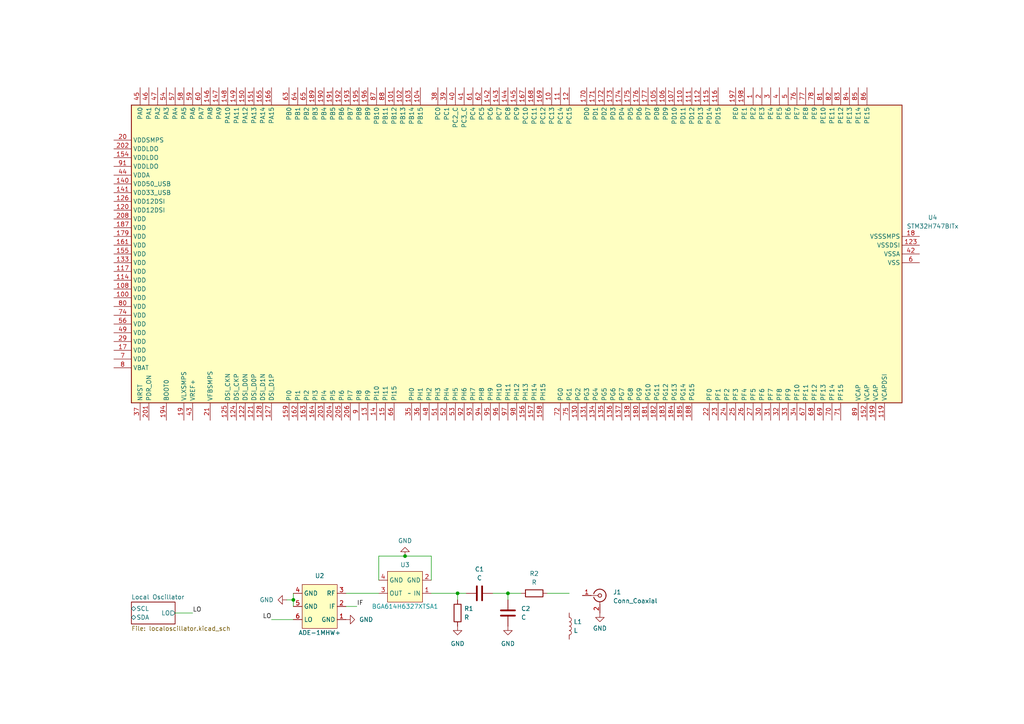
<source format=kicad_sch>
(kicad_sch (version 20230121) (generator eeschema)
  (paper "A4")
  (lib_symbols
    (symbol "ADE-1MHW+:ADE-1MHW+"
      (property "Reference" "U" (at 0 7.62 0))
      (symbol "ADE-1MHW+_1_1"
        (rectangle (start -5.08 6.35) (end 5.08 -6.35) (fill (type background)))
        (pin power_in line (at -7.62 3.81 0) (length 2.54) (name "GND") (number "1"))
        (pin input line (at -7.62 0 0) (length 2.54) (name "IF") (number "2"))
        (pin input line (at -7.62 -3.81 0) (length 2.54) (name "RF") (number "3"))
        (pin power_in line (at 7.62 -3.81 180) (length 2.54) (name "GND") (number "4"))
        (pin power_in line (at 7.62 0 180) (length 2.54) (name "GND") (number "5"))
        (pin input line (at 7.62 3.81 180) (length 2.54) (name "LO") (number "6"))
      )
    )
    (symbol "BGA614H6327XTSA1:BGA614H6327XTSA1"
      (property "Reference" "U2" (at 0.0001 -6.985 0))
      (property "Value" "~" (at -1.27 1.27 0))
      (symbol "BGA614H6327XTSA1_1_1"
        (rectangle (start -5.08 3.81) (end 5.08 -5.08) (fill (type background)))
        (text "BGA614H6327XTSA1" (at 0 5.08 0) (effects (font (size 1.27 1.27))))
        (pin input line (at -7.62 1.27 0) (length 2.54) (name "IN") (number "1"))
        (pin power_out line (at -7.62 -2.54 0) (length 2.54) (name "GND") (number "2"))
        (pin output line (at 7.62 1.27 180) (length 2.54) (name "OUT") (number "3"))
        (pin power_out line (at 7.62 -2.54 180) (length 2.54) (name "GND") (number "4"))
      )
    )
    (symbol "Connector:Conn_Coaxial" (pin_names (offset 1.016) hide)
      (property "Reference" "J" (at 0.254 3.048 0))
      (property "Value" "Conn_Coaxial" (at 2.921 0 90))
      (symbol "Conn_Coaxial_0_1"
        (arc (start -1.778 -0.508) (mid 0.2311 -1.8066) (end 1.778 0) (stroke (width 0.254)))
        (polyline (pts (xy -2.54 0) (xy -0.508 0)))
        (polyline (pts (xy 0 -2.54) (xy 0 -1.778)))
        (circle (center 0 0) (radius 0.508) (stroke (width 0.2032)))
        (arc (start 1.778 0) (mid 0.2099 1.8101) (end -1.778 0.508) (stroke (width 0.254)))
      )
      (symbol "Conn_Coaxial_1_1"
        (pin passive line (at -5.08 0 0) (length 2.54) (name "In") (number "1"))
        (pin passive line (at 0 -5.08 90) (length 2.54) (name "Ext") (number "2"))
      )
    )
    (symbol "Device:C" (pin_numbers hide) (pin_names (offset 0.254))
      (property "Reference" "C" (at 0.635 2.54 0))
      (property "Value" "C" (at 0.635 -2.54 0))
      (symbol "C_0_1"
        (polyline (pts (xy -2.032 -0.762) (xy 2.032 -0.762)) (stroke (width 0.508)))
        (polyline (pts (xy -2.032 0.762) (xy 2.032 0.762)) (stroke (width 0.508)))
      )
      (symbol "C_1_1"
        (pin passive line (at 0 3.81 270) (length 2.794) (name "~") (number "1"))
        (pin passive line (at 0 -3.81 90) (length 2.794) (name "~") (number "2"))
      )
    )
    (symbol "Device:L" (pin_numbers hide) (pin_names (offset 1.016) hide)
      (property "Reference" "L" (at -1.27 0 90))
      (property "Value" "L" (at 1.905 0 90))
      (symbol "L_0_1"
        (arc (start 0 -2.54) (mid 0.6323 -1.905) (end 0 -1.27))
        (arc (start 0 -1.27) (mid 0.6323 -0.635) (end 0 0))
        (arc (start 0 0) (mid 0.6323 0.635) (end 0 1.27))
        (arc (start 0 1.27) (mid 0.6323 1.905) (end 0 2.54))
      )
      (symbol "L_1_1"
        (pin passive line (at 0 3.81 270) (length 1.27) (name "1") (number "1"))
        (pin passive line (at 0 -3.81 90) (length 1.27) (name "2") (number "2"))
      )
    )
    (symbol "Device:R" (pin_numbers hide) (pin_names (offset 0))
      (property "Reference" "R" (at 2.032 0 90))
      (property "Value" "R" (at 0 0 90))
      (symbol "R_0_1"
        (rectangle (start -1.016 -2.54) (end 1.016 2.54) (stroke (width 0.254)))
      )
      (symbol "R_1_1"
        (pin passive line (at 0 3.81 270) (length 1.27) (name "~") (number "1"))
        (pin passive line (at 0 -3.81 90) (length 1.27) (name "~") (number "2"))
      )
    )
    (symbol "MCU_ST_STM32H7:STM32H747BITx"
      (property "Reference" "U" (at -43.18 113.03 0))
      (property "Value" "STM32H747BITx" (at 35.56 113.03 0))
      (symbol "STM32H747BITx_0_1"
        (rectangle (start -43.18 -111.76) (end 43.18 111.76) (stroke (width 0.254)) (fill (type background)))
      )
      (symbol "STM32H747BITx_1_1"
        (pin bidirectional line (at 48.26 -68.58 180) (length 5.08) (name "PE2") (number "1"))
        (pin bidirectional line (at 48.26 -10.16 180) (length 5.08) (name "PC13") (number "10"))
        (pin power_in line (at -12.7 116.84 270) (length 5.08) (name "VDD") (number "100"))
        (pin bidirectional line (at 48.26 35.56 180) (length 5.08) (name "PB12") (number "101"))
        (pin bidirectional line (at 48.26 33.02 180) (length 5.08) (name "PB13") (number "102"))
        (pin bidirectional line (at 48.26 30.48 180) (length 5.08) (name "PB14") (number "103"))
        (pin bidirectional line (at 48.26 27.94 180) (length 5.08) (name "PB15") (number "104"))
        (pin bidirectional line (at 48.26 -40.64 180) (length 5.08) (name "PD8") (number "105"))
        (pin bidirectional line (at 48.26 -43.18 180) (length 5.08) (name "PD9") (number "106"))
        (pin bidirectional line (at 48.26 -45.72 180) (length 5.08) (name "PD10") (number "107"))
        (pin power_in line (at -10.16 116.84 270) (length 5.08) (name "VDD") (number "108"))
        (pin passive line (at -2.54 -116.84 90) (length 5.08) hide (name "VSS") (number "109"))
        (pin bidirectional line (at 48.26 -12.7 180) (length 5.08) (name "PC14") (number "11"))
        (pin bidirectional line (at 48.26 -48.26 180) (length 5.08) (name "PD11") (number "110"))
        (pin bidirectional line (at 48.26 -50.8 180) (length 5.08) (name "PD12") (number "111"))
        (pin bidirectional line (at 48.26 -53.34 180) (length 5.08) (name "PD13") (number "112"))
        (pin passive line (at -2.54 -116.84 90) (length 5.08) hide (name "VSS") (number "113"))
        (pin power_in line (at -7.62 116.84 270) (length 5.08) (name "VDD") (number "114"))
        (pin bidirectional line (at 48.26 -55.88 180) (length 5.08) (name "PD14") (number "115"))
        (pin bidirectional line (at 48.26 -58.42 180) (length 5.08) (name "PD15") (number "116"))
        (pin power_in line (at -5.08 116.84 270) (length 5.08) (name "VDD") (number "117"))
        (pin passive line (at -2.54 -116.84 90) (length 5.08) hide (name "VSS") (number "118"))
        (pin power_out line (at -48.26 -106.68 0) (length 5.08) (name "VCAPDSI") (number "119"))
        (pin bidirectional line (at 48.26 -15.24 180) (length 5.08) (name "PC15") (number "12"))
        (pin power_in line (at 12.7 116.84 270) (length 5.08) (name "VDD12DSI") (number "120"))
        (pin bidirectional line (at -48.26 76.2 0) (length 5.08) (name "DSI_D0P") (number "121"))
        (pin bidirectional line (at -48.26 78.74 0) (length 5.08) (name "DSI_D0N") (number "122"))
        (pin power_in line (at 2.54 -116.84 90) (length 5.08) (name "VSSDSI") (number "123"))
        (pin bidirectional line (at -48.26 81.28 0) (length 5.08) (name "DSI_CKP") (number "124"))
        (pin bidirectional line (at -48.26 83.82 0) (length 5.08) (name "DSI_CKN") (number "125"))
        (pin power_in line (at 15.24 116.84 270) (length 5.08) (name "VDD12DSI") (number "126"))
        (pin bidirectional line (at -48.26 71.12 0) (length 5.08) (name "DSI_D1P") (number "127"))
        (pin bidirectional line (at -48.26 73.66 0) (length 5.08) (name "DSI_D1N") (number "128"))
        (pin passive line (at 2.54 -116.84 90) (length 5.08) hide (name "VSSDSI") (number "129"))
        (pin bidirectional line (at -48.26 43.18 0) (length 5.08) (name "PI9") (number "13"))
        (pin bidirectional line (at -48.26 -17.78 0) (length 5.08) (name "PG2") (number "130"))
        (pin bidirectional line (at -48.26 -20.32 0) (length 5.08) (name "PG3") (number "131"))
        (pin passive line (at -2.54 -116.84 90) (length 5.08) hide (name "VSS") (number "132"))
        (pin power_in line (at -2.54 116.84 270) (length 5.08) (name "VDD") (number "133"))
        (pin bidirectional line (at -48.26 -22.86 0) (length 5.08) (name "PG4") (number "134"))
        (pin bidirectional line (at -48.26 -25.4 0) (length 5.08) (name "PG5") (number "135"))
        (pin bidirectional line (at -48.26 -27.94 0) (length 5.08) (name "PG6") (number "136"))
        (pin bidirectional line (at -48.26 -30.48 0) (length 5.08) (name "PG7") (number "137"))
        (pin bidirectional line (at -48.26 -33.02 0) (length 5.08) (name "PG8") (number "138"))
        (pin passive line (at -2.54 -116.84 90) (length 5.08) hide (name "VSS") (number "139"))
        (pin bidirectional line (at -48.26 40.64 0) (length 5.08) (name "PI10") (number "14"))
        (pin power_in line (at 20.32 116.84 270) (length 5.08) (name "VDD50_USB") (number "140"))
        (pin power_in line (at 17.78 116.84 270) (length 5.08) (name "VDD33_USB") (number "141"))
        (pin bidirectional line (at 48.26 7.62 180) (length 5.08) (name "PC6") (number "142"))
        (pin bidirectional line (at 48.26 5.08 180) (length 5.08) (name "PC7") (number "143"))
        (pin bidirectional line (at 48.26 2.54 180) (length 5.08) (name "PC8") (number "144"))
        (pin bidirectional line (at 48.26 0 180) (length 5.08) (name "PC9") (number "145"))
        (pin bidirectional line (at 48.26 88.9 180) (length 5.08) (name "PA8") (number "146"))
        (pin bidirectional line (at 48.26 86.36 180) (length 5.08) (name "PA9") (number "147"))
        (pin bidirectional line (at 48.26 83.82 180) (length 5.08) (name "PA10") (number "148"))
        (pin bidirectional line (at 48.26 81.28 180) (length 5.08) (name "PA11") (number "149"))
        (pin bidirectional line (at -48.26 38.1 0) (length 5.08) (name "PI11") (number "15"))
        (pin bidirectional line (at 48.26 78.74 180) (length 5.08) (name "PA12") (number "150"))
        (pin bidirectional line (at 48.26 76.2 180) (length 5.08) (name "PA13") (number "151"))
        (pin power_out line (at -48.26 -101.6 0) (length 5.08) (name "VCAP") (number "152"))
        (pin passive line (at -2.54 -116.84 90) (length 5.08) hide (name "VSS") (number "153"))
        (pin power_in line (at 27.94 116.84 270) (length 5.08) (name "VDDLDO") (number "154"))
        (pin power_in line (at 0 116.84 270) (length 5.08) (name "VDD") (number "155"))
        (pin bidirectional line (at -48.26 -2.54 0) (length 5.08) (name "PH13") (number "156"))
        (pin bidirectional line (at -48.26 -5.08 0) (length 5.08) (name "PH14") (number "157"))
        (pin bidirectional line (at -48.26 -7.62 0) (length 5.08) (name "PH15") (number "158"))
        (pin bidirectional line (at -48.26 66.04 0) (length 5.08) (name "PI0") (number "159"))
        (pin passive line (at -2.54 -116.84 90) (length 5.08) hide (name "VSS") (number "16"))
        (pin passive line (at -2.54 -116.84 90) (length 5.08) hide (name "VSS") (number "160"))
        (pin power_in line (at 2.54 116.84 270) (length 5.08) (name "VDD") (number "161"))
        (pin bidirectional line (at -48.26 63.5 0) (length 5.08) (name "PI1") (number "162"))
        (pin bidirectional line (at -48.26 60.96 0) (length 5.08) (name "PI2") (number "163"))
        (pin bidirectional line (at -48.26 58.42 0) (length 5.08) (name "PI3") (number "164"))
        (pin bidirectional line (at 48.26 73.66 180) (length 5.08) (name "PA14") (number "165"))
        (pin bidirectional line (at 48.26 71.12 180) (length 5.08) (name "PA15") (number "166"))
        (pin bidirectional line (at 48.26 -2.54 180) (length 5.08) (name "PC10") (number "167"))
        (pin bidirectional line (at 48.26 -5.08 180) (length 5.08) (name "PC11") (number "168"))
        (pin bidirectional line (at 48.26 -7.62 180) (length 5.08) (name "PC12") (number "169"))
        (pin power_in line (at -27.94 116.84 270) (length 5.08) (name "VDD") (number "17"))
        (pin bidirectional line (at 48.26 -20.32 180) (length 5.08) (name "PD0") (number "170"))
        (pin bidirectional line (at 48.26 -22.86 180) (length 5.08) (name "PD1") (number "171"))
        (pin bidirectional line (at 48.26 -25.4 180) (length 5.08) (name "PD2") (number "172"))
        (pin bidirectional line (at 48.26 -27.94 180) (length 5.08) (name "PD3") (number "173"))
        (pin bidirectional line (at 48.26 -30.48 180) (length 5.08) (name "PD4") (number "174"))
        (pin bidirectional line (at 48.26 -33.02 180) (length 5.08) (name "PD5") (number "175"))
        (pin bidirectional line (at 48.26 -35.56 180) (length 5.08) (name "PD6") (number "176"))
        (pin bidirectional line (at 48.26 -38.1 180) (length 5.08) (name "PD7") (number "177"))
        (pin passive line (at -2.54 -116.84 90) (length 5.08) hide (name "VSS") (number "178"))
        (pin power_in line (at 5.08 116.84 270) (length 5.08) (name "VDD") (number "179"))
        (pin power_in line (at 5.08 -116.84 90) (length 5.08) (name "VSSSMPS") (number "18"))
        (pin bidirectional line (at -48.26 -35.56 0) (length 5.08) (name "PG9") (number "180"))
        (pin bidirectional line (at -48.26 -38.1 0) (length 5.08) (name "PG10") (number "181"))
        (pin bidirectional line (at -48.26 -40.64 0) (length 5.08) (name "PG11") (number "182"))
        (pin bidirectional line (at -48.26 -43.18 0) (length 5.08) (name "PG12") (number "183"))
        (pin bidirectional line (at -48.26 -45.72 0) (length 5.08) (name "PG13") (number "184"))
        (pin bidirectional line (at -48.26 -48.26 0) (length 5.08) (name "PG14") (number "185"))
        (pin passive line (at -2.54 -116.84 90) (length 5.08) hide (name "VSS") (number "186"))
        (pin power_in line (at 7.62 116.84 270) (length 5.08) (name "VDD") (number "187"))
        (pin bidirectional line (at -48.26 -50.8 0) (length 5.08) (name "PG15") (number "188"))
        (pin bidirectional line (at 48.26 58.42 180) (length 5.08) (name "PB3") (number "189"))
        (pin power_in line (at -48.26 96.52 0) (length 5.08) (name "VLXSMPS") (number "19"))
        (pin bidirectional line (at 48.26 55.88 180) (length 5.08) (name "PB4") (number "190"))
        (pin bidirectional line (at 48.26 53.34 180) (length 5.08) (name "PB5") (number "191"))
        (pin bidirectional line (at 48.26 50.8 180) (length 5.08) (name "PB6") (number "192"))
        (pin bidirectional line (at 48.26 48.26 180) (length 5.08) (name "PB7") (number "193"))
        (pin input line (at -48.26 101.6 0) (length 5.08) (name "BOOT0") (number "194"))
        (pin bidirectional line (at 48.26 45.72 180) (length 5.08) (name "PB8") (number "195"))
        (pin bidirectional line (at 48.26 43.18 180) (length 5.08) (name "PB9") (number "196"))
        (pin bidirectional line (at 48.26 -63.5 180) (length 5.08) (name "PE0") (number "197"))
        (pin bidirectional line (at 48.26 -66.04 180) (length 5.08) (name "PE1") (number "198"))
        (pin power_out line (at -48.26 -104.14 0) (length 5.08) (name "VCAP") (number "199"))
        (pin bidirectional line (at 48.26 -71.12 180) (length 5.08) (name "PE3") (number "2"))
        (pin power_in line (at 33.02 116.84 270) (length 5.08) (name "VDDSMPS") (number "20"))
        (pin passive line (at -2.54 -116.84 90) (length 5.08) hide (name "VSS") (number "200"))
        (pin input line (at -48.26 106.68 0) (length 5.08) (name "PDR_ON") (number "201"))
        (pin power_in line (at 30.48 116.84 270) (length 5.08) (name "VDDLDO") (number "202"))
        (pin bidirectional line (at -48.26 55.88 0) (length 5.08) (name "PI4") (number "203"))
        (pin bidirectional line (at -48.26 53.34 0) (length 5.08) (name "PI5") (number "204"))
        (pin bidirectional line (at -48.26 50.8 0) (length 5.08) (name "PI6") (number "205"))
        (pin bidirectional line (at -48.26 48.26 0) (length 5.08) (name "PI7") (number "206"))
        (pin passive line (at -2.54 -116.84 90) (length 5.08) hide (name "VSS") (number "207"))
        (pin power_in line (at 10.16 116.84 270) (length 5.08) (name "VDD") (number "208"))
        (pin input line (at -48.26 88.9 0) (length 5.08) (name "VFBSMPS") (number "21"))
        (pin bidirectional line (at -48.26 -55.88 0) (length 5.08) (name "PF0") (number "22"))
        (pin bidirectional line (at -48.26 -58.42 0) (length 5.08) (name "PF1") (number "23"))
        (pin bidirectional line (at -48.26 -60.96 0) (length 5.08) (name "PF2") (number "24"))
        (pin bidirectional line (at -48.26 -63.5 0) (length 5.08) (name "PF3") (number "25"))
        (pin bidirectional line (at -48.26 -66.04 0) (length 5.08) (name "PF4") (number "26"))
        (pin bidirectional line (at -48.26 -68.58 0) (length 5.08) (name "PF5") (number "27"))
        (pin passive line (at -2.54 -116.84 90) (length 5.08) hide (name "VSS") (number "28"))
        (pin power_in line (at -25.4 116.84 270) (length 5.08) (name "VDD") (number "29"))
        (pin bidirectional line (at 48.26 -73.66 180) (length 5.08) (name "PE4") (number "3"))
        (pin bidirectional line (at -48.26 -71.12 0) (length 5.08) (name "PF6") (number "30"))
        (pin bidirectional line (at -48.26 -73.66 0) (length 5.08) (name "PF7") (number "31"))
        (pin bidirectional line (at -48.26 -76.2 0) (length 5.08) (name "PF8") (number "32"))
        (pin bidirectional line (at -48.26 -78.74 0) (length 5.08) (name "PF9") (number "33"))
        (pin bidirectional line (at -48.26 -81.28 0) (length 5.08) (name "PF10") (number "34"))
        (pin bidirectional line (at -48.26 30.48 0) (length 5.08) (name "PH0") (number "35"))
        (pin bidirectional line (at -48.26 27.94 0) (length 5.08) (name "PH1") (number "36"))
        (pin input line (at -48.26 109.22 0) (length 5.08) (name "NRST") (number "37"))
        (pin bidirectional line (at 48.26 22.86 180) (length 5.08) (name "PC0") (number "38"))
        (pin bidirectional line (at 48.26 20.32 180) (length 5.08) (name "PC1") (number "39"))
        (pin bidirectional line (at 48.26 -76.2 180) (length 5.08) (name "PE5") (number "4"))
        (pin bidirectional line (at 48.26 17.78 180) (length 5.08) (name "PC2_C") (number "40"))
        (pin bidirectional line (at 48.26 15.24 180) (length 5.08) (name "PC3_C") (number "41"))
        (pin power_in line (at 0 -116.84 90) (length 5.08) (name "VSSA") (number "42"))
        (pin input line (at -48.26 93.98 0) (length 5.08) (name "VREF+") (number "43"))
        (pin power_in line (at 22.86 116.84 270) (length 5.08) (name "VDDA") (number "44"))
        (pin bidirectional line (at 48.26 109.22 180) (length 5.08) (name "PA0") (number "45"))
        (pin bidirectional line (at 48.26 106.68 180) (length 5.08) (name "PA1") (number "46"))
        (pin bidirectional line (at 48.26 104.14 180) (length 5.08) (name "PA2") (number "47"))
        (pin bidirectional line (at -48.26 25.4 0) (length 5.08) (name "PH2") (number "48"))
        (pin power_in line (at -22.86 116.84 270) (length 5.08) (name "VDD") (number "49"))
        (pin bidirectional line (at 48.26 -78.74 180) (length 5.08) (name "PE6") (number "5"))
        (pin passive line (at -2.54 -116.84 90) (length 5.08) hide (name "VSS") (number "50"))
        (pin bidirectional line (at -48.26 22.86 0) (length 5.08) (name "PH3") (number "51"))
        (pin bidirectional line (at -48.26 20.32 0) (length 5.08) (name "PH4") (number "52"))
        (pin bidirectional line (at -48.26 17.78 0) (length 5.08) (name "PH5") (number "53"))
        (pin bidirectional line (at 48.26 101.6 180) (length 5.08) (name "PA3") (number "54"))
        (pin passive line (at -2.54 -116.84 90) (length 5.08) hide (name "VSS") (number "55"))
        (pin power_in line (at -20.32 116.84 270) (length 5.08) (name "VDD") (number "56"))
        (pin bidirectional line (at 48.26 99.06 180) (length 5.08) (name "PA4") (number "57"))
        (pin bidirectional line (at 48.26 96.52 180) (length 5.08) (name "PA5") (number "58"))
        (pin bidirectional line (at 48.26 93.98 180) (length 5.08) (name "PA6") (number "59"))
        (pin power_in line (at -2.54 -116.84 90) (length 5.08) (name "VSS") (number "6"))
        (pin bidirectional line (at 48.26 91.44 180) (length 5.08) (name "PA7") (number "60"))
        (pin bidirectional line (at 48.26 12.7 180) (length 5.08) (name "PC4") (number "61"))
        (pin bidirectional line (at 48.26 10.16 180) (length 5.08) (name "PC5") (number "62"))
        (pin bidirectional line (at 48.26 66.04 180) (length 5.08) (name "PB0") (number "63"))
        (pin bidirectional line (at 48.26 63.5 180) (length 5.08) (name "PB1") (number "64"))
        (pin bidirectional line (at 48.26 60.96 180) (length 5.08) (name "PB2") (number "65"))
        (pin bidirectional line (at -48.26 35.56 0) (length 5.08) (name "PI15") (number "66"))
        (pin bidirectional line (at -48.26 -83.82 0) (length 5.08) (name "PF11") (number "67"))
        (pin bidirectional line (at -48.26 -86.36 0) (length 5.08) (name "PF12") (number "68"))
        (pin bidirectional line (at -48.26 -88.9 0) (length 5.08) (name "PF13") (number "69"))
        (pin power_in line (at -30.48 116.84 270) (length 5.08) (name "VDD") (number "7"))
        (pin bidirectional line (at -48.26 -91.44 0) (length 5.08) (name "PF14") (number "70"))
        (pin bidirectional line (at -48.26 -93.98 0) (length 5.08) (name "PF15") (number "71"))
        (pin bidirectional line (at -48.26 -12.7 0) (length 5.08) (name "PG0") (number "72"))
        (pin passive line (at -2.54 -116.84 90) (length 5.08) hide (name "VSS") (number "73"))
        (pin power_in line (at -17.78 116.84 270) (length 5.08) (name "VDD") (number "74"))
        (pin bidirectional line (at -48.26 -15.24 0) (length 5.08) (name "PG1") (number "75"))
        (pin bidirectional line (at 48.26 -81.28 180) (length 5.08) (name "PE7") (number "76"))
        (pin bidirectional line (at 48.26 -83.82 180) (length 5.08) (name "PE8") (number "77"))
        (pin bidirectional line (at 48.26 -86.36 180) (length 5.08) (name "PE9") (number "78"))
        (pin passive line (at -2.54 -116.84 90) (length 5.08) hide (name "VSS") (number "79"))
        (pin power_in line (at -33.02 116.84 270) (length 5.08) (name "VBAT") (number "8"))
        (pin power_in line (at -15.24 116.84 270) (length 5.08) (name "VDD") (number "80"))
        (pin bidirectional line (at 48.26 -88.9 180) (length 5.08) (name "PE10") (number "81"))
        (pin bidirectional line (at 48.26 -91.44 180) (length 5.08) (name "PE11") (number "82"))
        (pin bidirectional line (at 48.26 -93.98 180) (length 5.08) (name "PE12") (number "83"))
        (pin bidirectional line (at 48.26 -96.52 180) (length 5.08) (name "PE13") (number "84"))
        (pin bidirectional line (at 48.26 -99.06 180) (length 5.08) (name "PE14") (number "85"))
        (pin bidirectional line (at 48.26 -101.6 180) (length 5.08) (name "PE15") (number "86"))
        (pin bidirectional line (at 48.26 40.64 180) (length 5.08) (name "PB10") (number "87"))
        (pin bidirectional line (at 48.26 38.1 180) (length 5.08) (name "PB11") (number "88"))
        (pin power_out line (at -48.26 -99.06 0) (length 5.08) (name "VCAP") (number "89"))
        (pin bidirectional line (at -48.26 45.72 0) (length 5.08) (name "PI8") (number "9"))
        (pin passive line (at -2.54 -116.84 90) (length 5.08) hide (name "VSS") (number "90"))
        (pin power_in line (at 25.4 116.84 270) (length 5.08) (name "VDDLDO") (number "91"))
        (pin bidirectional line (at -48.26 15.24 0) (length 5.08) (name "PH6") (number "92"))
        (pin bidirectional line (at -48.26 12.7 0) (length 5.08) (name "PH7") (number "93"))
        (pin bidirectional line (at -48.26 10.16 0) (length 5.08) (name "PH8") (number "94"))
        (pin bidirectional line (at -48.26 7.62 0) (length 5.08) (name "PH9") (number "95"))
        (pin bidirectional line (at -48.26 5.08 0) (length 5.08) (name "PH10") (number "96"))
        (pin bidirectional line (at -48.26 2.54 0) (length 5.08) (name "PH11") (number "97"))
        (pin bidirectional line (at -48.26 0 0) (length 5.08) (name "PH12") (number "98"))
        (pin passive line (at -2.54 -116.84 90) (length 5.08) hide (name "VSS") (number "99"))
      )
    )
    (symbol "power:GND" (power) (pin_names (offset 0))
      (property "Value" "GND" (at 0 -3.81 0))
      (symbol "GND_0_1"
        (polyline (pts (xy 0 0) (xy 0 -1.27) (xy 1.27 -1.27) (xy 0 -2.54) (xy -1.27 -1.27) (xy 0 -1.27)))
      )
      (symbol "GND_1_1"
        (pin power_in line (at 0 0 270) (length 0) hide (name "GND") (number "1"))
      )
    )
  )
  (junction (at 85.09 173.99))
  (junction (at 117.475 161.29))
  (junction (at 132.715 172.085))
  (junction (at 147.32 172.085))
  (wire (pts (xy 83.185 173.99) (xy 85.09 173.99)))
  (wire (pts (xy 142.875 172.085) (xy 147.32 172.085)))
  (wire (pts (xy 100.33 172.085) (xy 109.855 172.085)))
  (wire (pts (xy 85.09 173.99) (xy 85.09 175.895)))
  (wire (pts (xy 147.32 172.085) (xy 147.32 173.99)))
  (wire (pts (xy 147.32 172.085) (xy 151.13 172.085)))
  (wire (pts (xy 135.255 172.085) (xy 132.715 172.085)))
  (wire (pts (xy 100.33 175.895) (xy 103.505 175.895)))
  (wire (pts (xy 158.75 172.085) (xy 165.1 172.085)))
  (wire (pts (xy 78.74 179.705) (xy 85.09 179.705)))
  (wire (pts (xy 132.715 172.085) (xy 132.715 173.99)))
  (wire (pts (xy 125.095 161.29) (xy 117.475 161.29)))
  (wire (pts (xy 125.095 172.085) (xy 132.715 172.085)))
  (wire (pts (xy 125.095 168.275) (xy 125.095 161.29)))
  (wire (pts (xy 109.855 161.29) (xy 109.855 168.275)))
  (wire (pts (xy 50.8 177.8) (xy 55.88 177.8)))
  (wire (pts (xy 85.09 172.085) (xy 85.09 173.99)))
  (wire (pts (xy 109.855 161.29) (xy 117.475 161.29)))
  (label "LO" (at 55.88 177.8 0))
  (label "LO" (at 78.74 179.705 180))
  (label "IF" (at 103.505 175.895 0))
  (symbol (lib_id "power:GND") (at 132.715 181.61 0) (unit 1)
    (property "Reference" "#PWR07" (effects hide))
    (property "Value" "GND" (at 132.715 186.69 0))
  )
  (symbol (lib_id "Device:R") (at 132.715 177.8 0) (unit 1)
    (property "Reference" "R1" (at 134.62 176.53 0) (effects (justify left)))
    (property "Value" "R" (at 134.62 179.07 0) (effects (justify left)))
  )
  (symbol (lib_id "Device:L") (at 165.1 181.61 0) (unit 1)
    (property "Reference" "L1" (at 166.37 180.34 0) (effects (justify left)))
    (property "Value" "L" (at 166.37 182.88 0) (effects (justify left)))
  )
  (symbol (lib_id "BGA614H6327XTSA1:BGA614H6327XTSA1") (at 117.475 170.815 180) (unit 1)
    (property "Reference" "U3" (at 117.4749 163.83 0))
    (property "Value" "~" (at 118.745 172.085 0))
  )
  (symbol (lib_id "ADE-1MHW+:ADE-1MHW+") (at 92.71 175.895 180) (unit 1)
    (property "Reference" "U2" (at 92.71 167.005 0))
    (property "Value" "ADE-1MHW+" (at 92.71 183.515 0))
  )
  (symbol (lib_id "Device:C") (at 139.065 172.085 90) (unit 1)
    (property "Reference" "C1" (at 139.065 165.1 90))
    (property "Value" "C" (at 139.065 167.64 90))
  )
  (symbol (lib_id "Connector:Conn_Coaxial") (at 173.99 172.72 0) (unit 1)
    (property "Reference" "J1" (at 177.8 171.7432 0) (effects (justify left)))
    (property "Value" "Conn_Coaxial" (at 177.8 174.2832 0) (effects (justify left)))
    (property "Datasheet" " ~" (effects hide))
  )
  (symbol (lib_id "power:GND") (at 100.33 179.705 90) (unit 1)
    (property "Reference" "#PWR05" (effects hide))
    (property "Value" "GND" (at 104.14 179.705 90) (effects (justify right)))
  )
  (symbol (lib_id "MCU_ST_STM32H7:STM32H747BITx") (at 149.86 73.66 90) (unit 1)
    (property "Reference" "U4" (at 270.51 63.0839 90))
    (property "Value" "STM32H747BITx" (at 270.51 65.6239 90))
    (property "Footprint" "Package_QFP:LQFP-208_28x28mm_P0.5mm" (effects hide))
    (property "Datasheet" "https://www.st.com/resource/en/datasheet/stm32h747bi.pdf" (effects hide))
  )
  (symbol (lib_id "power:GND") (at 83.185 173.99 270) (unit 1)
    (property "Reference" "#PWR04" (effects hide))
    (property "Value" "GND" (at 79.375 173.99 90) (effects (justify right)))
  )
  (symbol (lib_id "power:GND") (at 173.99 177.8 0) (unit 1)
    (property "Reference" "#PWR09" (effects hide))
    (property "Value" "GND" (at 173.99 182.245 0))
  )
  (symbol (lib_id "Device:R") (at 154.94 172.085 90) (unit 1)
    (property "Reference" "R2" (at 154.94 166.37 90))
    (property "Value" "R" (at 154.94 168.91 90))
  )
  (symbol (lib_id "power:GND") (at 147.32 181.61 0) (unit 1)
    (property "Reference" "#PWR08" (effects hide))
    (property "Value" "GND" (at 147.32 186.69 0))
  )
  (symbol (lib_id "Device:C") (at 147.32 177.8 0) (unit 1)
    (property "Reference" "C2" (at 151.13 176.53 0) (effects (justify left)))
    (property "Value" "C" (at 151.13 179.07 0) (effects (justify left)))
  )
  (symbol (lib_id "power:GND") (at 117.475 161.29 180) (unit 1)
    (property "Reference" "#PWR06" (effects hide))
    (property "Value" "GND" (at 117.475 156.845 0))
  )
  (sheet (at 38.1 174.625) (size 12.7 6.35) (stroke (width 0.1524))
    (property "Sheetname" "Local Oscillator" (at 38.1 173.9134 0) (effects (justify left bottom)))
    (property "Sheetfile" "localoscillator.kicad_sch" (at 38.1 181.5596 0) (effects (justify left top)))
    (pin "LO" output (at 50.8 177.8 0))
    (pin "SCL" bidirectional (at 38.1 176.53 180))
    (pin "SDA" bidirectional (at 38.1 179.07 180))
  )
)
</source>
